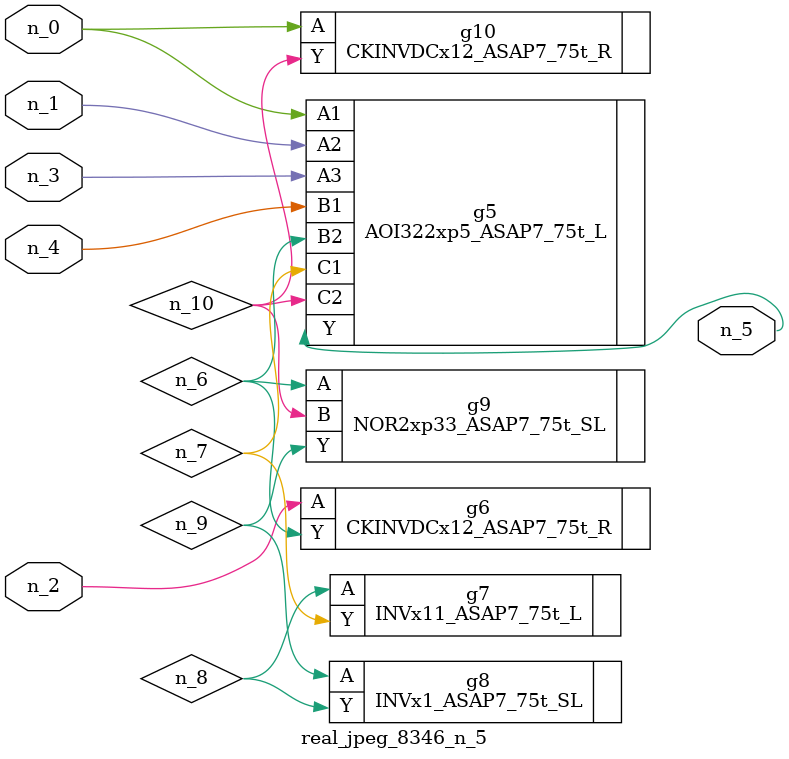
<source format=v>
module real_jpeg_8346_n_5 (n_4, n_0, n_1, n_2, n_3, n_5);

input n_4;
input n_0;
input n_1;
input n_2;
input n_3;

output n_5;

wire n_8;
wire n_6;
wire n_7;
wire n_10;
wire n_9;

AOI322xp5_ASAP7_75t_L g5 ( 
.A1(n_0),
.A2(n_1),
.A3(n_3),
.B1(n_4),
.B2(n_6),
.C1(n_7),
.C2(n_10),
.Y(n_5)
);

CKINVDCx12_ASAP7_75t_R g10 ( 
.A(n_0),
.Y(n_10)
);

CKINVDCx12_ASAP7_75t_R g6 ( 
.A(n_2),
.Y(n_6)
);

NOR2xp33_ASAP7_75t_SL g9 ( 
.A(n_6),
.B(n_10),
.Y(n_9)
);

INVx11_ASAP7_75t_L g7 ( 
.A(n_8),
.Y(n_7)
);

INVx1_ASAP7_75t_SL g8 ( 
.A(n_9),
.Y(n_8)
);


endmodule
</source>
